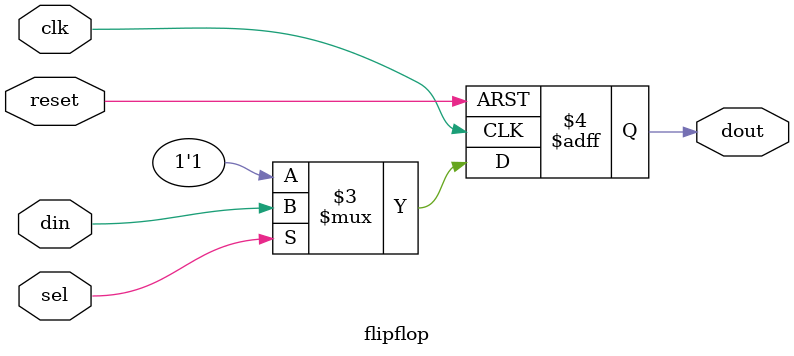
<source format=v>
module top;
  wire CLK, RESET, SEL, DIN, DOUT;
  flipflop i_ff (.clk(CLK), .reset(RESET), .sel(SEL), .din(DIN), .dout(DOUT));
endmodule

module flipflop (clk, reset, sel, din, dout);
  input clk, reset, sel;
  input din;
  output reg dout;

  always @(posedge clk or negedge reset) begin
    if (!reset)
      dout <= 1'b0;
    else
      dout <= sel ? din : 1'b1;
  end
endmodule

</source>
